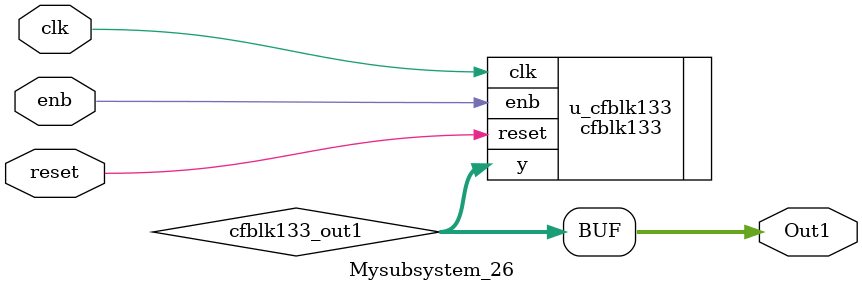
<source format=v>



`timescale 1 ns / 1 ns

module Mysubsystem_26
          (clk,
           reset,
           enb,
           Out1);


  input   clk;
  input   reset;
  input   enb;
  output  [7:0] Out1;  // uint8


  wire [7:0] cfblk133_out1;  // uint8


  cfblk133 u_cfblk133 (.clk(clk),
                       .reset(reset),
                       .enb(enb),
                       .y(cfblk133_out1)  // uint8
                       );

  assign Out1 = cfblk133_out1;

endmodule  // Mysubsystem_26


</source>
